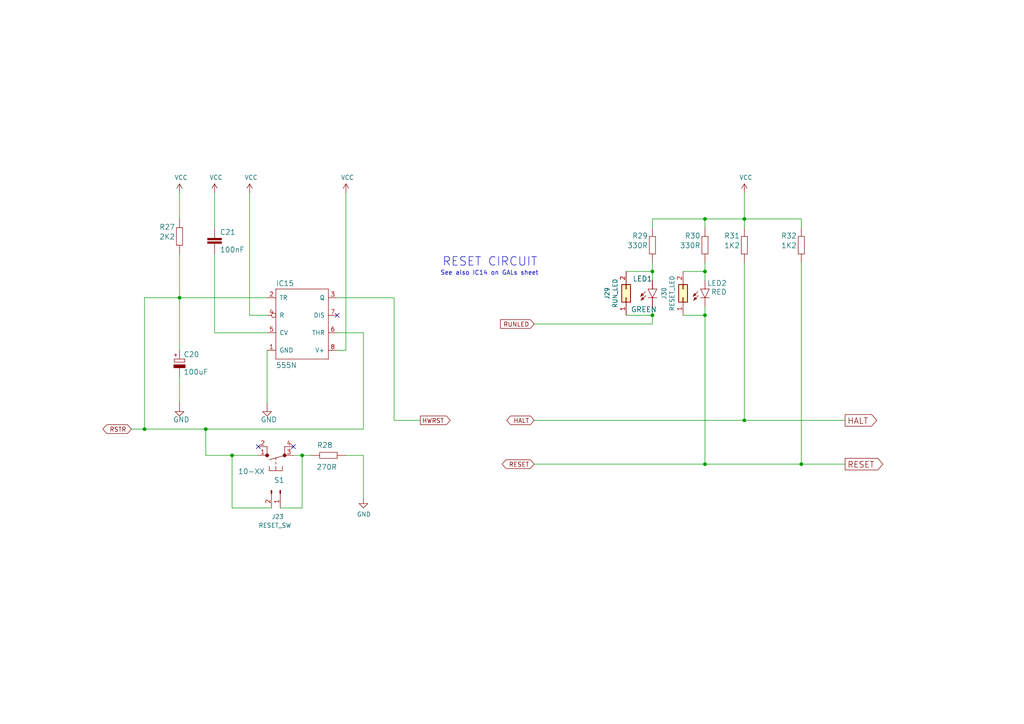
<source format=kicad_sch>
(kicad_sch (version 20211123) (generator eeschema)
  (paper "A4")
  (title_block (title "rosco_m68k Pro (030) Prototype") (date "2023-11-11") (rev "p5") (company "The Really Old-School Company Limited") (comment 1 "Copyright ©2021-2023 The Really Old-School Company Limited") (comment 2 "Open Source Hardware (CERN OHL)") (comment 3 "Prototype Hardware! Not suitable for general use!"))
  (lib_symbols
    (symbol "Connector:Conn_01x02_Male" (pin_names (offset 1.016) hide)
      (property "Reference" "J" (at 0 2.54 0))
      (property "Value" "Conn_01x02_Male" (at 0 -5.08 0))
      (symbol "Conn_01x02_Male_1_1"
        (polyline (pts (xy 1.27 -2.54) (xy 0.8636 -2.54)) (stroke (width 0.1524)))
        (polyline (pts (xy 1.27 0) (xy 0.8636 0)) (stroke (width 0.1524)))
        (rectangle (start 0.8636 -2.413) (end 0 -2.667) (stroke (width 0.1524)) (fill (type outline)))
        (rectangle (start 0.8636 0.127) (end 0 -0.127) (stroke (width 0.1524)) (fill (type outline)))
        (pin passive line (at 5.08 0 180) (length 3.81) (name "Pin_1") (number "1"))
        (pin passive line (at 5.08 -2.54 180) (length 3.81) (name "Pin_2") (number "2"))
      )
    )
    (symbol "Connector_Generic:Conn_02x01" (pin_names (offset 1.016) hide)
      (property "Reference" "J" (at 1.27 2.54 0))
      (property "Value" "Conn_02x01" (at 1.27 -2.54 0))
      (symbol "Conn_02x01_1_1"
        (rectangle (start -1.27 0.127) (end 0 -0.127) (stroke (width 0.1524)))
        (rectangle (start -1.27 1.27) (end 3.81 -1.27) (stroke (width 0.254)) (fill (type background)))
        (rectangle (start 3.81 0.127) (end 2.54 -0.127) (stroke (width 0.1524)))
        (pin passive line (at -5.08 0 0) (length 3.81) (name "Pin_1") (number "1"))
        (pin passive line (at 7.62 0 180) (length 3.81) (name "Pin_2") (number "2"))
      )
    )
    (symbol "power:GND" (power) (pin_names (offset 0))
      (property "Value" "GND" (at 0 -3.81 0))
      (symbol "GND_0_1"
        (polyline (pts (xy 0 0) (xy 0 -1.27) (xy 1.27 -1.27) (xy 0 -2.54) (xy -1.27 -1.27) (xy 0 -1.27)))
      )
      (symbol "GND_1_1"
        (pin power_in line (at 0 0 270) (length 0) hide (name "GND") (number "1"))
      )
    )
    (symbol "power:VCC" (power) (pin_names (offset 0))
      (property "Value" "VCC" (at 0 3.81 0))
      (symbol "VCC_0_1"
        (polyline (pts (xy -0.762 1.27) (xy 0 2.54)))
        (polyline (pts (xy 0 0) (xy 0 2.54)))
        (polyline (pts (xy 0 2.54) (xy 0.762 1.27)))
      )
      (symbol "VCC_1_1"
        (pin power_in line (at 0 0 90) (length 0) hide (name "VCC") (number "1"))
      )
    )
    (symbol "rosco_m68k-eagle-import:10-XX" (pin_names (offset 1.016))
      (property "Reference" "S" (at -6.35 -2.54 90))
      (property "Value" "10-XX" (at -3.81 3.175 90))
      (symbol "10-XX_1_0"
        (circle (center 0 -2.54) (radius 0.127) (stroke (width 0.4064)))
        (polyline (pts (xy -4.445 -1.905) (xy -3.175 -1.905)))
        (polyline (pts (xy -4.445 0) (xy -4.445 -1.905)))
        (polyline (pts (xy -4.445 0) (xy -3.175 0)))
        (polyline (pts (xy -4.445 1.905) (xy -4.445 0)))
        (polyline (pts (xy -4.445 1.905) (xy -3.175 1.905)))
        (polyline (pts (xy -2.54 0) (xy -1.905 0)))
        (polyline (pts (xy -1.27 0) (xy -0.635 0)))
        (polyline (pts (xy 0 -2.54) (xy -1.27 1.905)))
        (polyline (pts (xy 0 1.905) (xy 0 2.54)))
        (polyline (pts (xy 2.54 -2.54) (xy 0 -2.54)))
        (polyline (pts (xy 2.54 2.54) (xy 0 2.54)))
        (circle (center 0 2.54) (radius 0.127) (stroke (width 0.4064)))
        (pin passive line (at 0 5.08 270) (length 2.54) (name "S") (number "1"))
        (pin passive line (at 2.54 5.08 270) (length 2.54) (name "S1") (number "2"))
        (pin passive line (at 0 -5.08 90) (length 2.54) (name "P") (number "3"))
        (pin passive line (at 2.54 -5.08 90) (length 2.54) (name "P1") (number "4"))
      )
    )
    (symbol "rosco_m68k-eagle-import:555N" (pin_names (offset 1.016))
      (property "Reference" "IC" (at -7.62 10.922 0))
      (property "Value" "555N" (at -7.62 -12.827 0))
      (symbol "555N_1_0"
        (polyline (pts (xy -7.62 -10.16) (xy 7.62 -10.16)))
        (polyline (pts (xy -7.62 10.16) (xy -7.62 -10.16)))
        (polyline (pts (xy 7.62 -10.16) (xy 7.62 10.16)))
        (polyline (pts (xy 7.62 10.16) (xy -7.62 10.16)))
        (pin power_in line (at -10.16 -7.62 0) (length 2.54) (name "GND") (number "1"))
        (pin input line (at -10.16 7.62 0) (length 2.54) (name "TR") (number "2"))
        (pin output line (at 10.16 7.62 180) (length 2.54) (name "Q") (number "3"))
        (pin input inverted (at -10.16 2.54 0) (length 2.54) (name "R") (number "4"))
        (pin input line (at -10.16 -2.54 0) (length 2.54) (name "CV") (number "5"))
        (pin input line (at 10.16 -2.54 180) (length 2.54) (name "THR") (number "6"))
        (pin input line (at 10.16 2.54 180) (length 2.54) (name "DIS") (number "7"))
        (pin power_in line (at 10.16 -7.62 180) (length 2.54) (name "V+") (number "8"))
      )
    )
    (symbol "rosco_m68k-eagle-import:C2,5-3" (pin_names (offset 1.016))
      (property "Reference" "C" (at 1.524 0.381 0))
      (property "Value" "C2,5-3" (at 1.524 -4.699 0))
      (symbol "C2,5-3_1_0"
        (rectangle (start -2.032 -2.032) (end 2.032 -1.524) (fill (type outline)))
        (rectangle (start -2.032 -1.016) (end 2.032 -0.508) (fill (type outline)))
        (polyline (pts (xy 0 -2.54) (xy 0 -2.032)))
        (polyline (pts (xy 0 0) (xy 0 -0.508)))
        (pin passive line (at 0 2.54 270) (length 2.54) (name "1") (number "1"))
        (pin passive line (at 0 -5.08 90) (length 2.54) (name "2") (number "2"))
      )
    )
    (symbol "rosco_m68k-eagle-import:CPOL-EUE2.5-5" (pin_names (offset 1.016))
      (property "Reference" "C" (at 1.143 0.4826 0))
      (property "Value" "CPOL-EUE2.5-5" (at 1.143 -4.5974 0))
      (symbol "CPOL-EUE2.5-5_1_0"
        (rectangle (start -1.651 -2.54) (end 1.651 -1.651) (fill (type outline)))
        (polyline (pts (xy -1.524 -0.889) (xy 1.524 -0.889)))
        (polyline (pts (xy -1.524 0) (xy -1.524 -0.889)))
        (polyline (pts (xy -1.524 0) (xy 1.524 0)))
        (polyline (pts (xy 1.524 -0.889) (xy 1.524 0)))
        (text "+" (at -0.5842 0.4064 900) (effects (font (size 1.0668 1.0668)) (justify left bottom)))
        (pin passive line (at 0 2.54 270) (length 2.54) (name "+") (number "+"))
        (pin passive line (at 0 -5.08 90) (length 2.54) (name "-") (number "-"))
      )
    )
    (symbol "rosco_m68k-eagle-import:GND" (power) (pin_names (offset 1.016))
      (property "Value" "GND" (at -1.905 -3.175 0))
      (symbol "GND_1_0"
        (polyline (pts (xy -1.27 0) (xy 1.27 0)))
        (polyline (pts (xy 0 -1.27) (xy -1.27 0)))
        (polyline (pts (xy 1.27 0) (xy 0 -1.27)))
        (pin power_in line (at 0 2.54 270) (length 2.54) (name "GND") (number "1"))
      )
    )
    (symbol "rosco_m68k-eagle-import:LED5MM" (pin_names (offset 1.016))
      (property "Reference" "LED" (at 3.556 -4.572 90))
      (property "Value" "LED5MM" (at 5.715 -4.572 90))
      (symbol "LED5MM_1_0"
        (polyline (pts (xy -2.032 -0.762) (xy -3.429 -2.159)))
        (polyline (pts (xy -1.905 -1.905) (xy -3.302 -3.302)))
        (polyline (pts (xy 0 -2.54) (xy -1.27 -2.54)))
        (polyline (pts (xy 0 -2.54) (xy -1.27 0)))
        (polyline (pts (xy 0 0) (xy -1.27 0)))
        (polyline (pts (xy 1.27 -2.54) (xy 0 -2.54)))
        (polyline (pts (xy 1.27 0) (xy 0 -2.54)))
        (polyline (pts (xy 1.27 0) (xy 0 0)))
        (polyline (pts (xy -3.429 -2.159) (xy -3.048 -1.27) (xy -2.54 -1.778)) (fill (type outline)))
        (polyline (pts (xy -3.302 -3.302) (xy -2.921 -2.413) (xy -2.413 -2.921)) (fill (type outline)))
        (pin passive line (at 0 2.54 270) (length 2.54) (name "A") (number "A"))
        (pin passive line (at 0 -5.08 90) (length 2.54) (name "C") (number "K"))
      )
    )
    (symbol "rosco_m68k-eagle-import:R-EU_0207_10" (pin_names (offset 1.016))
      (property "Reference" "R" (at -3.81 1.4986 0))
      (property "Value" "R-EU_0207_10" (at -3.81 -3.302 0))
      (symbol "R-EU_0207_10_1_0"
        (polyline (pts (xy -2.54 -0.889) (xy -2.54 0.889)))
        (polyline (pts (xy -2.54 -0.889) (xy 2.54 -0.889)))
        (polyline (pts (xy 2.54 -0.889) (xy 2.54 0.889)))
        (polyline (pts (xy 2.54 0.889) (xy -2.54 0.889)))
        (pin passive line (at -5.08 0 0) (length 2.54) (name "1") (number "1"))
        (pin passive line (at 5.08 0 180) (length 2.54) (name "2") (number "2"))
      )
    )
  )
  (junction (at 204.47 134.62))
  (junction (at 59.69 124.46))
  (junction (at 232.41 134.62))
  (junction (at 87.63 132.08))
  (junction (at 215.9 121.92))
  (junction (at 41.91 124.46))
  (junction (at 189.23 91.44))
  (junction (at 204.47 78.74))
  (junction (at 204.47 91.44))
  (junction (at 204.47 63.5))
  (junction (at 215.9 63.5))
  (junction (at 67.31 132.08))
  (junction (at 52.07 86.36))
  (junction (at 189.23 78.74))
  (no_connect (at 97.79 91.44))
  (no_connect (at 74.93 129.54))
  (no_connect (at 85.09 129.54))
  (wire (pts (xy 204.47 63.5) (xy 215.9 63.5)))
  (wire (pts (xy 52.07 55.88) (xy 52.07 63.5)))
  (wire (pts (xy 62.23 55.88) (xy 62.23 66.04)))
  (wire (pts (xy 100.33 55.88) (xy 100.33 101.6)))
  (wire (pts (xy 77.47 101.6) (xy 77.47 116.84)))
  (wire (pts (xy 154.94 121.92) (xy 215.9 121.92)))
  (wire (pts (xy 189.23 66.04) (xy 189.23 63.5)))
  (wire (pts (xy 67.31 132.08) (xy 67.31 147.32)))
  (wire (pts (xy 215.9 55.88) (xy 215.9 63.5)))
  (wire (pts (xy 77.47 86.36) (xy 52.07 86.36)))
  (wire (pts (xy 72.39 91.44) (xy 77.47 91.44)))
  (wire (pts (xy 87.63 132.08) (xy 90.17 132.08)))
  (wire (pts (xy 85.09 132.08) (xy 87.63 132.08)))
  (wire (pts (xy 189.23 91.44) (xy 189.23 88.9)))
  (wire (pts (xy 105.41 132.08) (xy 105.41 144.78)))
  (wire (pts (xy 74.93 132.08) (xy 67.31 132.08)))
  (wire (pts (xy 198.12 78.74) (xy 204.47 78.74)))
  (wire (pts (xy 204.47 88.9) (xy 204.47 91.44)))
  (wire (pts (xy 52.07 109.22) (xy 52.07 116.84)))
  (wire (pts (xy 198.12 91.44) (xy 204.47 91.44)))
  (wire (pts (xy 189.23 78.74) (xy 189.23 76.2)))
  (wire (pts (xy 52.07 73.66) (xy 52.07 86.36)))
  (wire (pts (xy 181.61 91.44) (xy 189.23 91.44)))
  (wire (pts (xy 181.61 78.74) (xy 189.23 78.74)))
  (wire (pts (xy 41.91 124.46) (xy 41.91 86.36)))
  (wire (pts (xy 189.23 81.28) (xy 189.23 78.74)))
  (wire (pts (xy 62.23 96.52) (xy 77.47 96.52)))
  (wire (pts (xy 59.69 124.46) (xy 41.91 124.46)))
  (wire (pts (xy 81.28 147.32) (xy 87.63 147.32)))
  (wire (pts (xy 97.79 101.6) (xy 100.33 101.6)))
  (wire (pts (xy 204.47 91.44) (xy 204.47 134.62)))
  (wire (pts (xy 38.1 124.46) (xy 41.91 124.46)))
  (wire (pts (xy 97.79 86.36) (xy 114.3 86.36)))
  (wire (pts (xy 87.63 147.32) (xy 87.63 132.08)))
  (wire (pts (xy 105.41 96.52) (xy 105.41 124.46)))
  (wire (pts (xy 52.07 86.36) (xy 41.91 86.36)))
  (wire (pts (xy 232.41 76.2) (xy 232.41 134.62)))
  (wire (pts (xy 232.41 66.04) (xy 232.41 63.5)))
  (wire (pts (xy 204.47 78.74) (xy 204.47 81.28)))
  (wire (pts (xy 154.94 93.98) (xy 189.23 93.98)))
  (wire (pts (xy 105.41 124.46) (xy 59.69 124.46)))
  (wire (pts (xy 232.41 134.62) (xy 245.11 134.62)))
  (wire (pts (xy 154.94 134.62) (xy 204.47 134.62)))
  (wire (pts (xy 204.47 66.04) (xy 204.47 63.5)))
  (wire (pts (xy 114.3 121.92) (xy 121.92 121.92)))
  (wire (pts (xy 215.9 63.5) (xy 215.9 66.04)))
  (wire (pts (xy 78.74 147.32) (xy 67.31 147.32)))
  (wire (pts (xy 59.69 132.08) (xy 59.69 124.46)))
  (wire (pts (xy 67.31 132.08) (xy 59.69 132.08)))
  (wire (pts (xy 100.33 132.08) (xy 105.41 132.08)))
  (wire (pts (xy 52.07 86.36) (xy 52.07 101.6)))
  (wire (pts (xy 189.23 93.98) (xy 189.23 91.44)))
  (wire (pts (xy 72.39 55.88) (xy 72.39 91.44)))
  (wire (pts (xy 215.9 76.2) (xy 215.9 121.92)))
  (wire (pts (xy 204.47 76.2) (xy 204.47 78.74)))
  (wire (pts (xy 114.3 86.36) (xy 114.3 121.92)))
  (wire (pts (xy 189.23 63.5) (xy 204.47 63.5)))
  (wire (pts (xy 62.23 73.66) (xy 62.23 96.52)))
  (wire (pts (xy 97.79 96.52) (xy 105.41 96.52)))
  (wire (pts (xy 215.9 63.5) (xy 232.41 63.5)))
  (wire (pts (xy 215.9 121.92) (xy 245.11 121.92)))
  (wire (pts (xy 204.47 134.62) (xy 232.41 134.62)))
  (text "RESET CIRCUIT" (at 128.27 77.47 0) (effects (font (size 2.4892 2.4892)) (justify left bottom)))
  (text "See also IC14 on GALs sheet" (at 156.21 80.01 180) (effects (font (size 1.27 1.27)) (justify right bottom)))
  (global_label "RESET" (shape output) (at 245.11 134.62 0) (effects (font (size 1.7018 1.7018))) (property "Intersheet References" "${INTERSHEET_REFS}" (effects hide)))
  (global_label "HWRST" (shape output) (at 121.92 121.92 0) (property "Intersheet References" "${INTERSHEET_REFS}" (effects hide)))
  (global_label "RESET" (shape tri_state) (at 154.94 134.62 180) (property "Intersheet References" "${INTERSHEET_REFS}" (effects hide)))
  (global_label "HALT" (shape output) (at 245.11 121.92 0) (effects (font (size 1.7018 1.7018))) (property "Intersheet References" "${INTERSHEET_REFS}" (effects hide)))
  (global_label "RSTR" (shape tri_state) (at 38.1 124.46 180) (property "Intersheet References" "${INTERSHEET_REFS}" (effects hide)))
  (global_label "RUNLED" (shape input) (at 154.94 93.98 180) (property "Intersheet References" "${INTERSHEET_REFS}" (effects hide)))
  (global_label "HALT" (shape tri_state) (at 154.94 121.92 180) (property "Intersheet References" "${INTERSHEET_REFS}" (effects hide)))
  (symbol (lib_id "rosco_m68k-eagle-import:555N") (at 87.63 93.98 0) (unit 1)
    (property "Reference" "IC15" (at 80.01 83.058 0) (effects (font (size 1.4986 1.4986)) (justify left bottom)))
    (property "Value" "555N" (at 80.01 106.807 0) (effects (font (size 1.4986 1.4986)) (justify left bottom)))
    (property "Footprint" "Package_DIP:DIP-8_W7.62mm_LongPads" (effects hide))
  )
  (symbol (lib_id "rosco_m68k-eagle-import:R-EU_0207_10") (at 52.07 68.58 90) (unit 1)
    (property "Reference" "R27" (at 50.8 64.9986 90) (effects (font (size 1.4986 1.4986)) (justify left bottom)))
    (property "Value" "2K2" (at 50.8 67.818 90) (effects (font (size 1.4986 1.4986)) (justify left bottom)))
    (property "Footprint" "rosco_m68k:R-0207_10" (effects hide))
  )
  (symbol (lib_id "rosco_m68k-eagle-import:R-EU_0207_10") (at 95.25 132.08 180) (unit 1)
    (property "Reference" "R28" (at 96.52 128.27 0) (effects (font (size 1.4986 1.4986)) (justify left bottom)))
    (property "Value" "270R" (at 97.79 134.62 0) (effects (font (size 1.4986 1.4986)) (justify left bottom)))
    (property "Footprint" "rosco_m68k:R-0207_10" (effects hide))
  )
  (symbol (lib_id "rosco_m68k-eagle-import:R-EU_0207_10") (at 204.47 71.12 90) (unit 1)
    (property "Reference" "R30" (at 203.2 67.5386 90) (effects (font (size 1.4986 1.4986)) (justify left bottom)))
    (property "Value" "330R" (at 203.2 70.358 90) (effects (font (size 1.4986 1.4986)) (justify left bottom)))
    (property "Footprint" "rosco_m68k:R-0207_10" (effects hide))
  )
  (symbol (lib_id "rosco_m68k-eagle-import:R-EU_0207_10") (at 215.9 71.12 90) (unit 1)
    (property "Reference" "R31" (at 214.63 67.5386 90) (effects (font (size 1.4986 1.4986)) (justify left bottom)))
    (property "Value" "1K2" (at 214.63 70.358 90) (effects (font (size 1.4986 1.4986)) (justify left bottom)))
    (property "Footprint" "rosco_m68k:R-0207_10" (effects hide))
  )
  (symbol (lib_id "rosco_m68k-eagle-import:R-EU_0207_10") (at 232.41 71.12 90) (unit 1)
    (property "Reference" "R32" (at 231.14 67.5386 90) (effects (font (size 1.4986 1.4986)) (justify left bottom)))
    (property "Value" "1K2" (at 231.14 70.358 90) (effects (font (size 1.4986 1.4986)) (justify left bottom)))
    (property "Footprint" "rosco_m68k:R-0207_10" (effects hide))
  )
  (symbol (lib_id "rosco_m68k-eagle-import:R-EU_0207_10") (at 189.23 71.12 90) (unit 1)
    (property "Reference" "R29" (at 187.96 67.5386 90) (effects (font (size 1.4986 1.4986)) (justify left bottom)))
    (property "Value" "330R" (at 187.96 70.358 90) (effects (font (size 1.4986 1.4986)) (justify left bottom)))
    (property "Footprint" "rosco_m68k:R-0207_10" (effects hide))
  )
  (symbol (lib_id "rosco_m68k-eagle-import:C2,5-3") (at 62.23 68.58 0) (unit 1)
    (property "Reference" "C21" (at 63.754 68.199 0) (effects (font (size 1.4986 1.4986)) (justify left bottom)))
    (property "Value" "100nF" (at 63.754 73.279 0) (effects (font (size 1.4986 1.4986)) (justify left bottom)))
    (property "Footprint" "Capacitor_THT:C_Rect_L4.0mm_W2.5mm_P2.50mm" (effects hide))
  )
  (symbol (lib_id "rosco_m68k-eagle-import:10-XX") (at 80.01 132.08 90) (unit 1)
    (property "Reference" "S1" (at 82.55 138.43 90) (effects (font (size 1.4986 1.4986)) (justify left bottom)))
    (property "Value" "10-XX" (at 76.835 135.89 90) (effects (font (size 1.4986 1.4986)) (justify left bottom)))
    (property "Footprint" "rosco_m68k:B3F-10XX" (effects hide))
  )
  (symbol (lib_id "rosco_m68k-eagle-import:GND") (at 52.07 119.38 0) (unit 1)
    (property "Reference" "#SUPPLY01" (effects hide))
    (property "Value" "GND" (at 50.165 122.555 0) (effects (font (size 1.4986 1.4986)) (justify left bottom)))
  )
  (symbol (lib_id "rosco_m68k-eagle-import:LED5MM") (at 204.47 83.82 0) (unit 1)
    (property "Reference" "LED2" (at 210.82 81.28 0) (effects (font (size 1.4986 1.4986)) (justify right top)))
    (property "Value" "RED" (at 210.82 83.82 0) (effects (font (size 1.4986 1.4986)) (justify right top)))
    (property "Footprint" "rosco_m68k:LED5MM" (effects hide))
  )
  (symbol (lib_id "rosco_m68k-eagle-import:LED5MM") (at 189.23 83.82 0) (unit 1)
    (property "Reference" "LED1" (at 189.23 80.01 0) (effects (font (size 1.4986 1.4986)) (justify right top)))
    (property "Value" "GREEN" (at 190.5 88.9 0) (effects (font (size 1.4986 1.4986)) (justify right top)))
    (property "Footprint" "rosco_m68k:LED5MM" (effects hide))
  )
  (symbol (lib_id "rosco_m68k-eagle-import:GND") (at 77.47 119.38 0) (unit 1)
    (property "Reference" "#SUPPLY02" (effects hide))
    (property "Value" "GND" (at 75.565 122.555 0) (effects (font (size 1.4986 1.4986)) (justify left bottom)))
  )
  (symbol (lib_id "rosco_m68k-eagle-import:CPOL-EUE2.5-5") (at 52.07 104.14 0) (unit 1)
    (property "Reference" "C20" (at 53.213 103.6574 0) (effects (font (size 1.4986 1.4986)) (justify left bottom)))
    (property "Value" "100uF" (at 53.213 108.7374 0) (effects (font (size 1.4986 1.4986)) (justify left bottom)))
    (property "Footprint" "rosco_m68k:C-Electolytic-2,5-5" (effects hide))
  )
  (symbol (lib_id "power:GND") (at 105.41 144.78 0) (unit 1)
    (property "Reference" "#PWR038" (effects hide))
    (property "Value" "GND" (at 105.537 149.1742 0))
  )
  (symbol (lib_id "power:VCC") (at 72.39 55.88 0) (unit 1)
    (property "Reference" "#PWR036" (effects hide))
    (property "Value" "VCC" (at 72.8218 51.4858 0))
  )
  (symbol (lib_id "power:VCC") (at 100.33 55.88 0) (unit 1)
    (property "Reference" "#PWR037" (effects hide))
    (property "Value" "VCC" (at 100.7618 51.4858 0))
  )
  (symbol (lib_id "power:VCC") (at 215.9 55.88 0) (unit 1)
    (property "Reference" "#PWR039" (effects hide))
    (property "Value" "VCC" (at 216.3318 51.4858 0))
  )
  (symbol (lib_id "power:VCC") (at 62.23 55.88 0) (unit 1)
    (property "Reference" "#PWR035" (effects hide))
    (property "Value" "VCC" (at 62.6618 51.4858 0))
  )
  (symbol (lib_id "power:VCC") (at 52.07 55.88 0) (unit 1)
    (property "Reference" "#PWR034" (effects hide))
    (property "Value" "VCC" (at 52.5018 51.4858 0))
  )
  (symbol (lib_id "Connector:Conn_01x02_Male") (at 81.28 142.24 270) (unit 1)
    (property "Reference" "J23" (at 78.74 149.86 90) (effects (justify left)))
    (property "Value" "RESET_SW" (at 74.93 152.4 90) (effects (justify left)))
    (property "Footprint" "Connector_PinHeader_2.54mm:PinHeader_2x01_P2.54mm_Vertical" (effects hide))
  )
  (symbol (lib_id "Connector_Generic:Conn_02x01") (at 181.61 86.36 90) (unit 1)
    (property "Reference" "J29" (at 176.0982 85.09 0))
    (property "Value" "RUN_LED" (at 178.4096 85.09 0))
    (property "Footprint" "Connector_PinHeader_2.54mm:PinHeader_2x01_P2.54mm_Vertical" (effects hide))
  )
  (symbol (lib_id "Connector_Generic:Conn_02x01") (at 198.12 86.36 90) (unit 1)
    (property "Reference" "J30" (at 192.6082 85.09 0))
    (property "Value" "RESET_LED" (at 194.9196 85.09 0))
    (property "Footprint" "Connector_PinHeader_2.54mm:PinHeader_2x01_P2.54mm_Vertical" (effects hide))
  )
)
</source>
